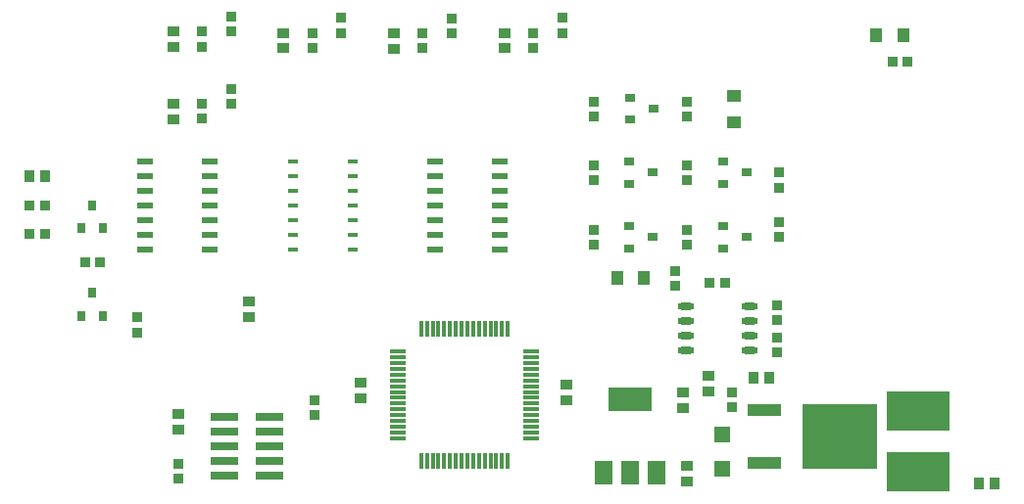
<source format=gtp>
G04*
G04 #@! TF.GenerationSoftware,Altium Limited,Altium Designer,20.0.11 (256)*
G04*
G04 Layer_Color=8421504*
%FSLAX25Y25*%
%MOIN*%
G70*
G01*
G75*
%ADD16R,0.03543X0.03937*%
%ADD17R,0.03937X0.03543*%
%ADD18R,0.05118X0.04331*%
%ADD19R,0.04331X0.05118*%
%ADD20R,0.05709X0.05315*%
%ADD21R,0.21457X0.13780*%
%ADD22R,0.03543X0.03150*%
%ADD23R,0.03150X0.03543*%
%ADD24R,0.25197X0.21850*%
%ADD25R,0.11811X0.03937*%
%ADD26R,0.03740X0.03347*%
%ADD27R,0.03347X0.03740*%
%ADD28R,0.03500X0.01654*%
%ADD29R,0.05709X0.02362*%
%ADD30O,0.05709X0.02362*%
%ADD31R,0.01181X0.05315*%
%ADD32R,0.05315X0.01181*%
%ADD33R,0.14961X0.07874*%
%ADD34R,0.05906X0.07874*%
%ADD35R,0.09449X0.02992*%
D16*
X56201Y109055D02*
D03*
X61516D02*
D03*
X307677Y40453D02*
D03*
X302362D02*
D03*
X379035Y4626D02*
D03*
X384350D02*
D03*
D17*
X287106Y41240D02*
D03*
Y35925D02*
D03*
X168790Y33563D02*
D03*
Y38878D02*
D03*
X106693Y28051D02*
D03*
Y22736D02*
D03*
X238681Y32972D02*
D03*
Y38287D02*
D03*
X105117Y133957D02*
D03*
Y128642D02*
D03*
X217712Y157972D02*
D03*
Y152657D02*
D03*
X142517Y157972D02*
D03*
Y152657D02*
D03*
X105117Y158465D02*
D03*
Y153150D02*
D03*
X180088Y157948D02*
D03*
Y152632D02*
D03*
X279921Y10630D02*
D03*
Y5315D02*
D03*
X278445Y35433D02*
D03*
Y30118D02*
D03*
X130709Y61122D02*
D03*
Y66437D02*
D03*
D18*
X295669Y127559D02*
D03*
Y136614D02*
D03*
D19*
X265158Y74410D02*
D03*
X256102D02*
D03*
X344291Y157087D02*
D03*
X353346D02*
D03*
D20*
X291732Y21063D02*
D03*
Y9449D02*
D03*
D21*
X358465Y29134D02*
D03*
Y8465D02*
D03*
D22*
X260630Y135827D02*
D03*
Y128347D02*
D03*
X268504Y132087D02*
D03*
X292126Y92126D02*
D03*
Y84646D02*
D03*
X300000Y88386D02*
D03*
X292126Y114075D02*
D03*
Y106595D02*
D03*
X300000Y110335D02*
D03*
X260245Y92126D02*
D03*
Y84646D02*
D03*
X268119Y88386D02*
D03*
X260236Y114075D02*
D03*
Y106595D02*
D03*
X268110Y110335D02*
D03*
D23*
X73819Y61516D02*
D03*
X81299D02*
D03*
X77559Y69390D02*
D03*
X73819Y91341D02*
D03*
X81299D02*
D03*
X77559Y99215D02*
D03*
D24*
X331693Y20610D02*
D03*
D25*
X306299Y11594D02*
D03*
Y29626D02*
D03*
D26*
X279921Y90945D02*
D03*
Y85827D02*
D03*
Y112894D02*
D03*
Y107776D02*
D03*
X248031Y90945D02*
D03*
Y85827D02*
D03*
Y112894D02*
D03*
Y107776D02*
D03*
X311024Y93504D02*
D03*
Y88386D02*
D03*
Y105217D02*
D03*
Y110335D02*
D03*
X92913Y61003D02*
D03*
Y55885D02*
D03*
X310524Y54315D02*
D03*
Y49197D02*
D03*
Y60070D02*
D03*
Y65188D02*
D03*
X153150Y32972D02*
D03*
Y27854D02*
D03*
X106693Y11220D02*
D03*
Y6102D02*
D03*
X279823Y129528D02*
D03*
Y134646D02*
D03*
X248031Y129528D02*
D03*
Y134646D02*
D03*
X275665Y76772D02*
D03*
Y71653D02*
D03*
X295177Y30512D02*
D03*
Y35630D02*
D03*
X124802Y133858D02*
D03*
Y138976D02*
D03*
X237397Y157874D02*
D03*
Y162992D02*
D03*
X114959Y128740D02*
D03*
Y133858D02*
D03*
X227555Y152756D02*
D03*
Y157874D02*
D03*
X162202D02*
D03*
Y162992D02*
D03*
X152359Y152756D02*
D03*
Y157874D02*
D03*
X124802Y158366D02*
D03*
Y163484D02*
D03*
X199773Y157849D02*
D03*
Y162967D02*
D03*
X114959Y153248D02*
D03*
Y158366D02*
D03*
X189930Y152731D02*
D03*
Y157849D02*
D03*
D27*
X61417Y89370D02*
D03*
X56299D02*
D03*
X56299Y99213D02*
D03*
X61417D02*
D03*
X75000Y79921D02*
D03*
X80118D02*
D03*
X287598Y72835D02*
D03*
X292717D02*
D03*
X349803Y148031D02*
D03*
X354921D02*
D03*
D28*
X166240Y84311D02*
D03*
Y89311D02*
D03*
Y94311D02*
D03*
Y99311D02*
D03*
Y104311D02*
D03*
Y109311D02*
D03*
Y114311D02*
D03*
X145768Y84311D02*
D03*
Y89311D02*
D03*
Y94311D02*
D03*
Y99311D02*
D03*
Y104311D02*
D03*
Y109311D02*
D03*
Y114311D02*
D03*
D29*
X117544Y84311D02*
D03*
Y89311D02*
D03*
Y94311D02*
D03*
Y99311D02*
D03*
Y104311D02*
D03*
Y109311D02*
D03*
Y114311D02*
D03*
X95496Y84311D02*
D03*
Y89311D02*
D03*
Y94311D02*
D03*
Y99311D02*
D03*
Y104311D02*
D03*
Y109311D02*
D03*
Y114311D02*
D03*
X216142Y84311D02*
D03*
Y89311D02*
D03*
Y94311D02*
D03*
Y99311D02*
D03*
Y104311D02*
D03*
Y109311D02*
D03*
Y114311D02*
D03*
X194095Y84311D02*
D03*
Y89311D02*
D03*
Y94311D02*
D03*
Y99311D02*
D03*
Y104311D02*
D03*
Y109311D02*
D03*
Y114311D02*
D03*
D30*
X279528Y64784D02*
D03*
Y59784D02*
D03*
Y54783D02*
D03*
Y49784D02*
D03*
X300984Y64784D02*
D03*
Y49784D02*
D03*
Y59784D02*
D03*
Y54783D02*
D03*
D31*
X218898Y12008D02*
D03*
X216929D02*
D03*
X214961D02*
D03*
X212992D02*
D03*
X211024D02*
D03*
X209055D02*
D03*
X207087D02*
D03*
X205118D02*
D03*
X203150D02*
D03*
X201181D02*
D03*
X199213D02*
D03*
X197244D02*
D03*
X195276D02*
D03*
X193307D02*
D03*
X191339D02*
D03*
X189370D02*
D03*
Y57284D02*
D03*
X191339D02*
D03*
X193307D02*
D03*
X195276D02*
D03*
X197244D02*
D03*
X199213D02*
D03*
X201181D02*
D03*
X203150D02*
D03*
X205118D02*
D03*
X207087D02*
D03*
X209055D02*
D03*
X211024D02*
D03*
X212992D02*
D03*
X214961D02*
D03*
X216929D02*
D03*
X218898D02*
D03*
D32*
X181496Y19882D02*
D03*
Y21850D02*
D03*
Y23819D02*
D03*
Y25787D02*
D03*
Y27756D02*
D03*
Y29724D02*
D03*
Y31693D02*
D03*
Y33661D02*
D03*
Y35630D02*
D03*
Y37598D02*
D03*
Y39567D02*
D03*
Y41535D02*
D03*
Y43504D02*
D03*
Y45472D02*
D03*
Y47441D02*
D03*
Y49409D02*
D03*
X226772D02*
D03*
Y47441D02*
D03*
Y45472D02*
D03*
Y43504D02*
D03*
Y41535D02*
D03*
Y39567D02*
D03*
Y37598D02*
D03*
Y35630D02*
D03*
Y33661D02*
D03*
Y31693D02*
D03*
Y29724D02*
D03*
Y27756D02*
D03*
Y25787D02*
D03*
Y23819D02*
D03*
Y21850D02*
D03*
Y19882D02*
D03*
D33*
X260433Y33071D02*
D03*
D34*
X269488Y8268D02*
D03*
X260433D02*
D03*
X251378D02*
D03*
D35*
X122441Y27028D02*
D03*
X137795D02*
D03*
X122441Y22027D02*
D03*
X137795D02*
D03*
X122441Y17028D02*
D03*
X137795D02*
D03*
X122441Y12027D02*
D03*
X137795D02*
D03*
X122441Y7028D02*
D03*
X137795D02*
D03*
M02*

</source>
